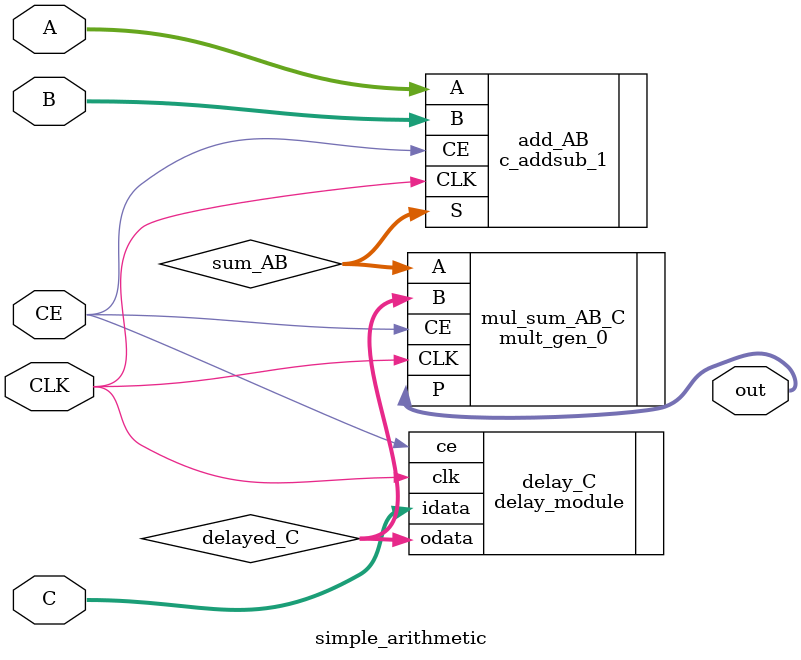
<source format=v>
`timescale 1ns / 1ps


module simple_arithmetic(
    input CE,
    input CLK,
    input signed [9:0]A,
    input signed [9:0]B,
    input signed [9:0]C,
    output signed [20:0]out
);

wire signed [10:0]sum_AB;
wire signed [9:0]delayed_C;

//LATENCY 2
c_addsub_1 add_AB (
    .CE(CE),
    .CLK(CLK),
    .A(A),
    .B(B),
    .S(sum_AB)
);

delay_module #(.N(10), .DELAY(2)) delay_C(
    .clk(CLK),
    .ce(CE),
    .idata(C),
    .odata(delayed_C)
);

mult_gen_0 mul_sum_AB_C (
    .CLK(CLK),
    .CE(CE),
    .A(sum_AB),
    .B(delayed_C),
    .P(out)
);
            
endmodule

</source>
